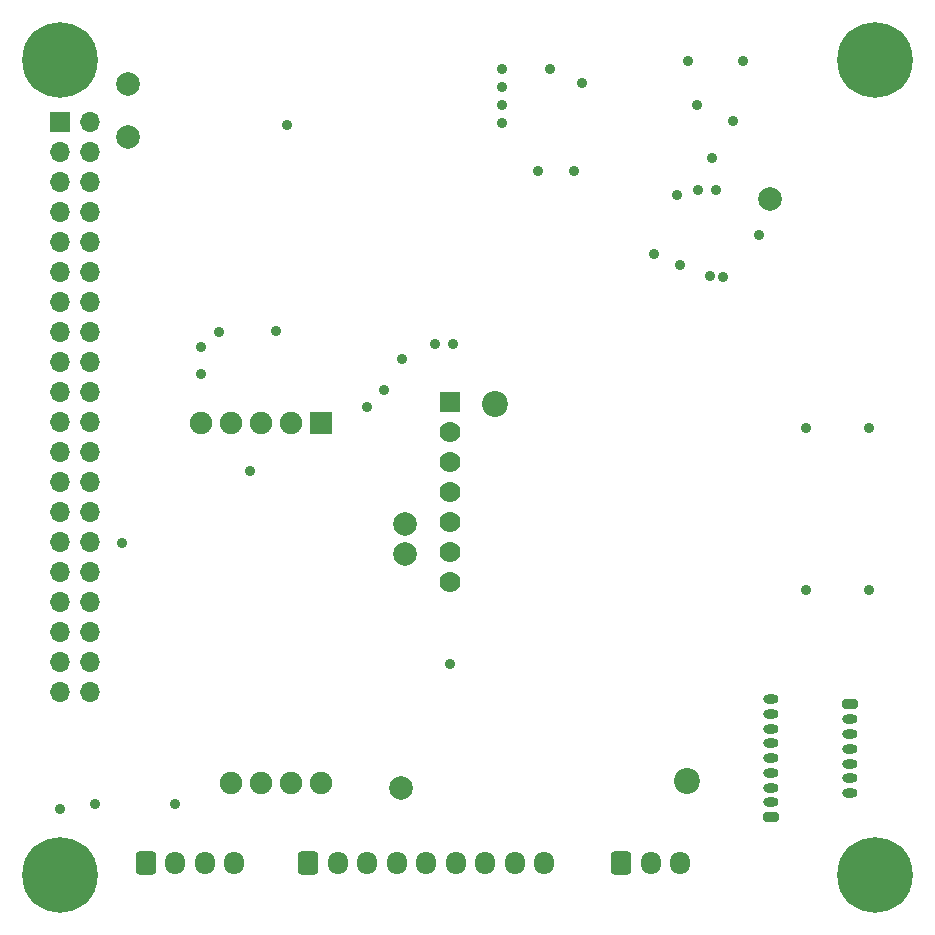
<source format=gbr>
%TF.GenerationSoftware,KiCad,Pcbnew,(6.0.1)*%
%TF.CreationDate,2023-02-05T16:51:08-08:00*%
%TF.ProjectId,Air Quality Sensor - R1,41697220-5175-4616-9c69-74792053656e,rev?*%
%TF.SameCoordinates,Original*%
%TF.FileFunction,Soldermask,Bot*%
%TF.FilePolarity,Negative*%
%FSLAX46Y46*%
G04 Gerber Fmt 4.6, Leading zero omitted, Abs format (unit mm)*
G04 Created by KiCad (PCBNEW (6.0.1)) date 2023-02-05 16:51:08*
%MOMM*%
%LPD*%
G01*
G04 APERTURE LIST*
G04 Aperture macros list*
%AMRoundRect*
0 Rectangle with rounded corners*
0 $1 Rounding radius*
0 $2 $3 $4 $5 $6 $7 $8 $9 X,Y pos of 4 corners*
0 Add a 4 corners polygon primitive as box body*
4,1,4,$2,$3,$4,$5,$6,$7,$8,$9,$2,$3,0*
0 Add four circle primitives for the rounded corners*
1,1,$1+$1,$2,$3*
1,1,$1+$1,$4,$5*
1,1,$1+$1,$6,$7*
1,1,$1+$1,$8,$9*
0 Add four rect primitives between the rounded corners*
20,1,$1+$1,$2,$3,$4,$5,0*
20,1,$1+$1,$4,$5,$6,$7,0*
20,1,$1+$1,$6,$7,$8,$9,0*
20,1,$1+$1,$8,$9,$2,$3,0*%
G04 Aperture macros list end*
%ADD10R,1.905000X1.905000*%
%ADD11C,1.905000*%
%ADD12RoundRect,0.200000X0.450000X-0.200000X0.450000X0.200000X-0.450000X0.200000X-0.450000X-0.200000X0*%
%ADD13O,1.300000X0.800000*%
%ADD14C,2.000000*%
%ADD15C,0.800000*%
%ADD16C,6.400000*%
%ADD17RoundRect,0.250000X-0.600000X-0.725000X0.600000X-0.725000X0.600000X0.725000X-0.600000X0.725000X0*%
%ADD18O,1.700000X1.950000*%
%ADD19C,2.200000*%
%ADD20R,1.778000X1.778000*%
%ADD21C,1.778000*%
%ADD22RoundRect,0.200000X-0.450000X0.200000X-0.450000X-0.200000X0.450000X-0.200000X0.450000X0.200000X0*%
%ADD23R,1.700000X1.700000*%
%ADD24O,1.700000X1.700000*%
%ADD25C,0.889000*%
G04 APERTURE END LIST*
D10*
%TO.C,U4*%
X25080000Y41240000D03*
D11*
X22540000Y41240000D03*
X20000000Y41240000D03*
X17460000Y41240000D03*
X14920000Y41240000D03*
X17460000Y10760000D03*
X20000000Y10760000D03*
X22540000Y10760000D03*
X25080000Y10760000D03*
%TD*%
D12*
%TO.C,J6*%
X63154988Y7885900D03*
D13*
X63154988Y9135900D03*
X63154988Y10385900D03*
X63154988Y11635900D03*
X63154988Y12885900D03*
X63154988Y14135900D03*
X63154988Y15385900D03*
X63154988Y16635900D03*
X63154988Y17885900D03*
%TD*%
D14*
%TO.C,TP4*%
X32224988Y30190900D03*
%TD*%
%TO.C,TP3*%
X32224988Y32730900D03*
%TD*%
D15*
%TO.C,H2*%
X4697056Y1302944D03*
X1302944Y4697056D03*
X3000000Y600000D03*
D16*
X3000000Y3000000D03*
D15*
X4697056Y4697056D03*
X1302944Y1302944D03*
X600000Y3000000D03*
X3000000Y5400000D03*
X5400000Y3000000D03*
%TD*%
D17*
%TO.C,J4*%
X10250000Y4025000D03*
D18*
X12750000Y4025000D03*
X15250000Y4025000D03*
X17750000Y4025000D03*
%TD*%
D14*
%TO.C,TP10*%
X8729988Y65496900D03*
%TD*%
D17*
%TO.C,J2*%
X24000000Y4025000D03*
D18*
X26500000Y4025000D03*
X29000000Y4025000D03*
X31500000Y4025000D03*
X34000000Y4025000D03*
X36500000Y4025000D03*
X39000000Y4025000D03*
X41500000Y4025000D03*
X44000000Y4025000D03*
%TD*%
D19*
%TO.C,U7*%
X39862500Y42912500D03*
X56087500Y10912500D03*
D20*
X35987500Y43012500D03*
D21*
X35987500Y40472500D03*
X35987500Y37932500D03*
X35987500Y35392500D03*
X35987500Y32852500D03*
X35987500Y30312500D03*
X35987500Y27772500D03*
%TD*%
D14*
%TO.C,TP5*%
X31843988Y10378900D03*
%TD*%
D22*
%TO.C,J5*%
X69874988Y17430900D03*
D13*
X69874988Y16180900D03*
X69874988Y14930900D03*
X69874988Y13680900D03*
X69874988Y12430900D03*
X69874988Y11180900D03*
X69874988Y9930900D03*
%TD*%
D14*
%TO.C,TP2*%
X8729988Y69941900D03*
%TD*%
D17*
%TO.C,J1*%
X50500000Y4025000D03*
D18*
X53000000Y4025000D03*
X55500000Y4025000D03*
%TD*%
D15*
%TO.C,H3*%
X73697056Y70302944D03*
X72000000Y69600000D03*
X69600000Y72000000D03*
X74400000Y72000000D03*
D16*
X72000000Y72000000D03*
D15*
X70302944Y70302944D03*
X72000000Y74400000D03*
X73697056Y73697056D03*
X70302944Y73697056D03*
%TD*%
D23*
%TO.C,J3*%
X3014988Y66766900D03*
D24*
X5554988Y66766900D03*
X3014988Y64226900D03*
X5554988Y64226900D03*
X3014988Y61686900D03*
X5554988Y61686900D03*
X3014988Y59146900D03*
X5554988Y59146900D03*
X3014988Y56606900D03*
X5554988Y56606900D03*
X3014988Y54066900D03*
X5554988Y54066900D03*
X3014988Y51526900D03*
X5554988Y51526900D03*
X3014988Y48986900D03*
X5554988Y48986900D03*
X3014988Y46446900D03*
X5554988Y46446900D03*
X3014988Y43906900D03*
X5554988Y43906900D03*
X3014988Y41366900D03*
X5554988Y41366900D03*
X3014988Y38826900D03*
X5554988Y38826900D03*
X3014988Y36286900D03*
X5554988Y36286900D03*
X3014988Y33746900D03*
X5554988Y33746900D03*
X3014988Y31206900D03*
X5554988Y31206900D03*
X3014988Y28666900D03*
X5554988Y28666900D03*
X3014988Y26126900D03*
X5554988Y26126900D03*
X3014988Y23586900D03*
X5554988Y23586900D03*
X3014988Y21046900D03*
X5554988Y21046900D03*
X3014988Y18506900D03*
X5554988Y18506900D03*
%TD*%
D15*
%TO.C,H4*%
X70302944Y4697056D03*
X69600000Y3000000D03*
X73697056Y1302944D03*
X73697056Y4697056D03*
X72000000Y600000D03*
X72000000Y5400000D03*
X74400000Y3000000D03*
X70302944Y1302944D03*
D16*
X72000000Y3000000D03*
%TD*%
%TO.C,H1*%
X3000000Y72000000D03*
D15*
X1302944Y70302944D03*
X4697056Y73697056D03*
X600000Y72000000D03*
X3000000Y74400000D03*
X3000000Y69600000D03*
X4697056Y70302944D03*
X1302944Y73697056D03*
X5400000Y72000000D03*
%TD*%
D14*
%TO.C,TP1*%
X63130000Y60210000D03*
%TD*%
D25*
X19080988Y37239900D03*
X8221988Y31079900D03*
X3014988Y8548900D03*
X46500000Y62626000D03*
X40379000Y69686000D03*
X57021000Y60997000D03*
X43452000Y62626000D03*
X21314988Y49011900D03*
X5974988Y8981900D03*
X62177000Y57187000D03*
X40379000Y68201000D03*
X60802500Y71890000D03*
X66120000Y40854635D03*
X56891500Y68200000D03*
X66120000Y27163635D03*
X59100000Y53651000D03*
X60002500Y66810000D03*
X55240500Y60549000D03*
X16464988Y48986900D03*
X58050000Y53751000D03*
X36034988Y20831900D03*
X58224500Y63724000D03*
X40379000Y66651000D03*
X44468000Y71248000D03*
X40379000Y71236000D03*
X71480000Y40854635D03*
X56154500Y71915000D03*
X58571000Y60972000D03*
X71480000Y27138635D03*
X47217000Y70010000D03*
X22191988Y66512900D03*
X36288988Y47970900D03*
X34764988Y47970900D03*
X14952988Y45430900D03*
X53306988Y55590900D03*
X14952988Y47716900D03*
X55510000Y54622000D03*
X30446988Y44083888D03*
X29000000Y42636900D03*
X31985000Y46714912D03*
X12750000Y8981900D03*
M02*

</source>
